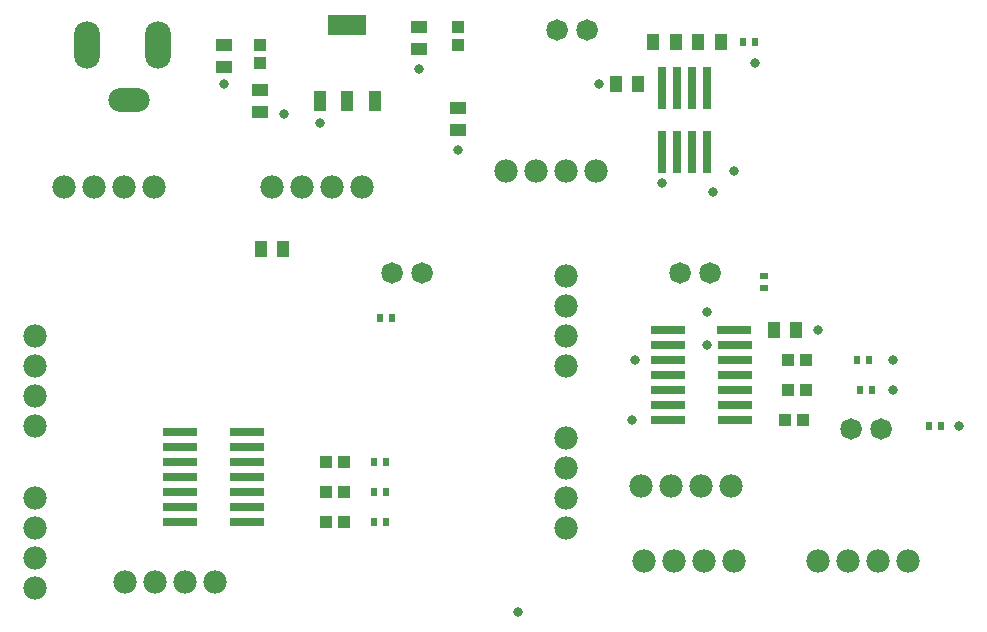
<source format=gts>
G04*
G04 #@! TF.GenerationSoftware,Altium Limited,Altium Designer,21.8.1 (53)*
G04*
G04 Layer_Color=8388736*
%FSLAX25Y25*%
%MOIN*%
G70*
G04*
G04 #@! TF.SameCoordinates,EC8DCCC1-7592-430C-AF42-B363D8801F71*
G04*
G04*
G04 #@! TF.FilePolarity,Negative*
G04*
G01*
G75*
%ADD21R,0.03937X0.05709*%
%ADD23R,0.02362X0.02756*%
%ADD25R,0.05709X0.03937*%
%ADD28R,0.02756X0.02362*%
%ADD29C,0.00000*%
%ADD30R,0.04100X0.07100*%
%ADD31R,0.13000X0.07100*%
%ADD32R,0.03950X0.03950*%
%ADD33R,0.11233X0.03162*%
%ADD34R,0.03162X0.14186*%
%ADD35R,0.03950X0.03950*%
%ADD36C,0.07800*%
%ADD37C,0.07178*%
%ADD38O,0.13792X0.07887*%
%ADD39O,0.08674X0.15761*%
%ADD40C,0.03300*%
D21*
X91260Y127000D02*
D03*
X98740D02*
D03*
X209520Y182000D02*
D03*
X217000D02*
D03*
X269740Y100000D02*
D03*
X262260D02*
D03*
X222000Y196000D02*
D03*
X229480D02*
D03*
X237000D02*
D03*
X244480D02*
D03*
D23*
X129000Y56000D02*
D03*
X132937D02*
D03*
X129000Y36000D02*
D03*
X132937D02*
D03*
X129000Y46000D02*
D03*
X132937D02*
D03*
X291063Y80000D02*
D03*
X295000D02*
D03*
X252000Y196000D02*
D03*
X255937D02*
D03*
X131032Y104000D02*
D03*
X134968D02*
D03*
X290032Y90000D02*
D03*
X293969D02*
D03*
X314032Y68000D02*
D03*
X317969D02*
D03*
D25*
X91000Y172520D02*
D03*
Y180000D02*
D03*
X79000Y195000D02*
D03*
Y187520D02*
D03*
X144000Y201000D02*
D03*
Y193520D02*
D03*
X157000Y166520D02*
D03*
Y174000D02*
D03*
D28*
X259000Y114063D02*
D03*
Y118000D02*
D03*
D29*
X203390Y200000D02*
G03*
X203390Y200000I-3390J0D01*
G01*
X193390D02*
G03*
X193390Y200000I-3390J0D01*
G01*
X148390Y119000D02*
G03*
X148390Y119000I-3390J0D01*
G01*
X138390D02*
G03*
X138390Y119000I-3390J0D01*
G01*
X234390D02*
G03*
X234390Y119000I-3390J0D01*
G01*
X244390D02*
G03*
X244390Y119000I-3390J0D01*
G01*
X301390Y67000D02*
G03*
X301390Y67000I-3390J0D01*
G01*
X291390D02*
G03*
X291390Y67000I-3390J0D01*
G01*
D30*
X129100Y176400D02*
D03*
X120000D02*
D03*
X110900D02*
D03*
D31*
X120000Y201600D02*
D03*
D32*
X113000Y56000D02*
D03*
X118905D02*
D03*
X113000Y36000D02*
D03*
X118905D02*
D03*
X113000Y46000D02*
D03*
X118905D02*
D03*
X267047Y90000D02*
D03*
X272953D02*
D03*
X267047Y80000D02*
D03*
X272953D02*
D03*
X266047Y70000D02*
D03*
X271953D02*
D03*
D33*
X226835Y100000D02*
D03*
Y95000D02*
D03*
Y90000D02*
D03*
Y85000D02*
D03*
Y80000D02*
D03*
Y75000D02*
D03*
Y70000D02*
D03*
X249165D02*
D03*
Y75000D02*
D03*
Y80000D02*
D03*
Y85000D02*
D03*
Y90000D02*
D03*
Y95000D02*
D03*
X249000Y100000D02*
D03*
X64335Y66000D02*
D03*
Y61000D02*
D03*
Y56000D02*
D03*
Y51000D02*
D03*
Y46000D02*
D03*
Y41000D02*
D03*
Y36000D02*
D03*
X86665D02*
D03*
Y41000D02*
D03*
Y46000D02*
D03*
Y51000D02*
D03*
Y56000D02*
D03*
Y61000D02*
D03*
X86500Y66000D02*
D03*
D34*
X225000Y180630D02*
D03*
X230000D02*
D03*
X235000D02*
D03*
X240000D02*
D03*
Y159370D02*
D03*
X235000D02*
D03*
X230000D02*
D03*
X225000D02*
D03*
D35*
X91000Y194905D02*
D03*
Y189000D02*
D03*
X157000Y201000D02*
D03*
Y195095D02*
D03*
D36*
X16000Y88000D02*
D03*
Y98000D02*
D03*
Y68000D02*
D03*
Y78000D02*
D03*
X287000Y23000D02*
D03*
X277000D02*
D03*
X307000D02*
D03*
X297000D02*
D03*
X228000Y48000D02*
D03*
X218000D02*
D03*
X248000D02*
D03*
X238000D02*
D03*
X193000Y153000D02*
D03*
X203000D02*
D03*
X173000D02*
D03*
X183000D02*
D03*
X115000Y147500D02*
D03*
X125000D02*
D03*
X95000D02*
D03*
X105000D02*
D03*
X45500D02*
D03*
X55500D02*
D03*
X25500D02*
D03*
X35500D02*
D03*
X16000Y34000D02*
D03*
Y44000D02*
D03*
Y14000D02*
D03*
Y24000D02*
D03*
X193000Y108000D02*
D03*
Y118000D02*
D03*
Y88000D02*
D03*
Y98000D02*
D03*
X56000Y16000D02*
D03*
X46000D02*
D03*
X76000D02*
D03*
X66000D02*
D03*
X193000Y54000D02*
D03*
Y64000D02*
D03*
Y34000D02*
D03*
Y44000D02*
D03*
X229000Y23000D02*
D03*
X219000D02*
D03*
X249000D02*
D03*
X239000D02*
D03*
D37*
X200000Y200000D02*
D03*
X190000D02*
D03*
X145000Y119000D02*
D03*
X135000D02*
D03*
X231000D02*
D03*
X241000D02*
D03*
X298000Y67000D02*
D03*
X288000D02*
D03*
D38*
X47157Y176693D02*
D03*
D39*
X33378Y195000D02*
D03*
X57000D02*
D03*
D40*
X177000Y6000D02*
D03*
X240000Y95000D02*
D03*
Y106000D02*
D03*
X242000Y146000D02*
D03*
X249000Y153000D02*
D03*
X204000Y182000D02*
D03*
X215000Y70000D02*
D03*
X216000Y90000D02*
D03*
X277000Y100000D02*
D03*
X324000Y68000D02*
D03*
X302000Y80000D02*
D03*
Y90000D02*
D03*
X256000Y189000D02*
D03*
X225000Y149000D02*
D03*
X99000Y172000D02*
D03*
X157000Y160000D02*
D03*
X144000Y187000D02*
D03*
X111000Y169000D02*
D03*
X79000Y182000D02*
D03*
M02*

</source>
